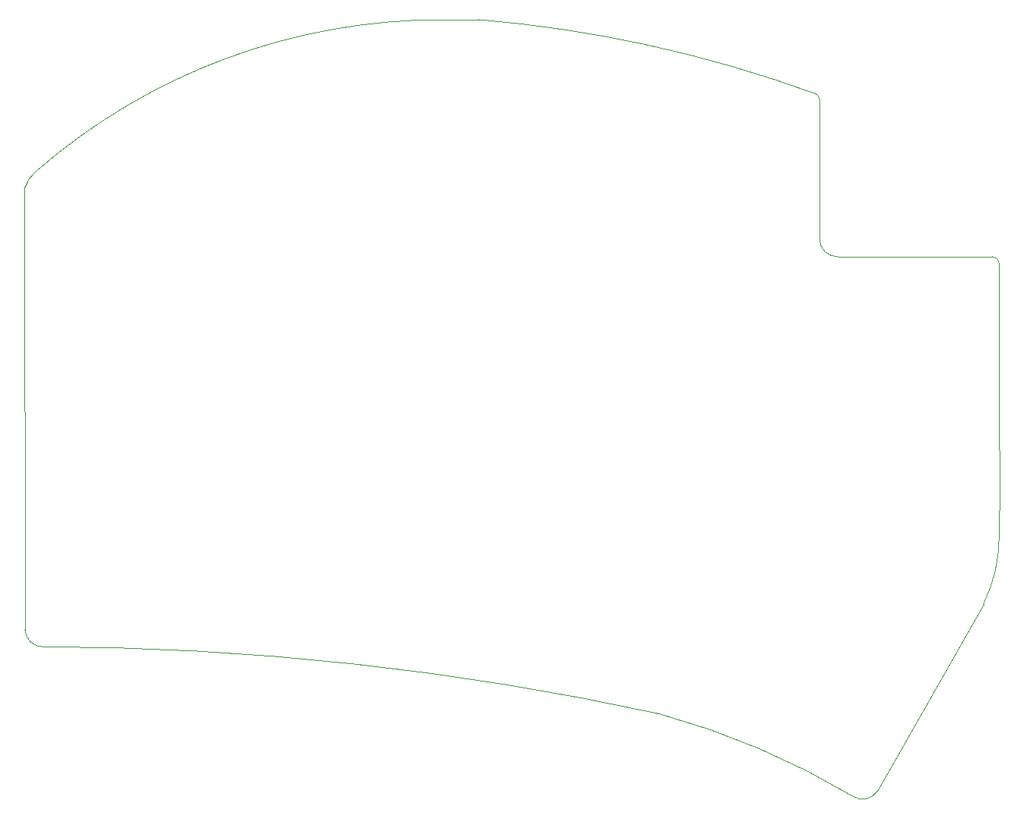
<source format=gbr>
%TF.GenerationSoftware,KiCad,Pcbnew,(6.0.0)*%
%TF.CreationDate,2022-03-12T15:50:12-08:00*%
%TF.ProjectId,half-swept,68616c66-2d73-4776-9570-742e6b696361,rev?*%
%TF.SameCoordinates,Original*%
%TF.FileFunction,Profile,NP*%
%FSLAX46Y46*%
G04 Gerber Fmt 4.6, Leading zero omitted, Abs format (unit mm)*
G04 Created by KiCad (PCBNEW (6.0.0)) date 2022-03-12 15:50:12*
%MOMM*%
%LPD*%
G01*
G04 APERTURE LIST*
%TA.AperFunction,Profile*%
%ADD10C,0.050000*%
%TD*%
G04 APERTURE END LIST*
D10*
X122162000Y-40282000D02*
G75*
G03*
X121412000Y-39532000I-750000J0D01*
G01*
X13610055Y-31896702D02*
X13650254Y-81165024D01*
X102142044Y-22057419D02*
G75*
G03*
X101707290Y-21376889I-749999J1D01*
G01*
X105858000Y-99668000D02*
G75*
G03*
X84329134Y-90481946I-44316008J-74040014D01*
G01*
X15037000Y-29883000D02*
G75*
G03*
X13610055Y-31896702I2445000J-3245001D01*
G01*
X102142002Y-37603999D02*
G75*
G03*
X104177002Y-39534917I2000000J70001D01*
G01*
X101707290Y-21376889D02*
G75*
G03*
X64211777Y-13120679I-49442839J-135273373D01*
G01*
X105858000Y-99668000D02*
G75*
G03*
X108590000Y-99069265I1070000J1650000D01*
G01*
X84329134Y-90481946D02*
G75*
G03*
X15688000Y-83001119I-69219163J-316475410D01*
G01*
X13650254Y-81165024D02*
G75*
G03*
X15688000Y-83001119I1977999J146416D01*
G01*
X122162000Y-40282000D02*
X122162000Y-57404000D01*
X102142001Y-37603999D02*
X102142045Y-22057419D01*
X104177002Y-39534917D02*
X121412000Y-39532000D01*
X60010389Y-13126139D02*
G75*
G03*
X15037000Y-29883000I2J-68730005D01*
G01*
X120396000Y-78232000D02*
X108590000Y-99069265D01*
X120396000Y-78232000D02*
G75*
G03*
X122142696Y-70907850I-15027155J7454098D01*
G01*
X64211777Y-13120679D02*
X60010389Y-13126139D01*
X122162000Y-57404000D02*
X122174000Y-64770000D01*
X122174000Y-64770000D02*
X122142696Y-70907850D01*
M02*

</source>
